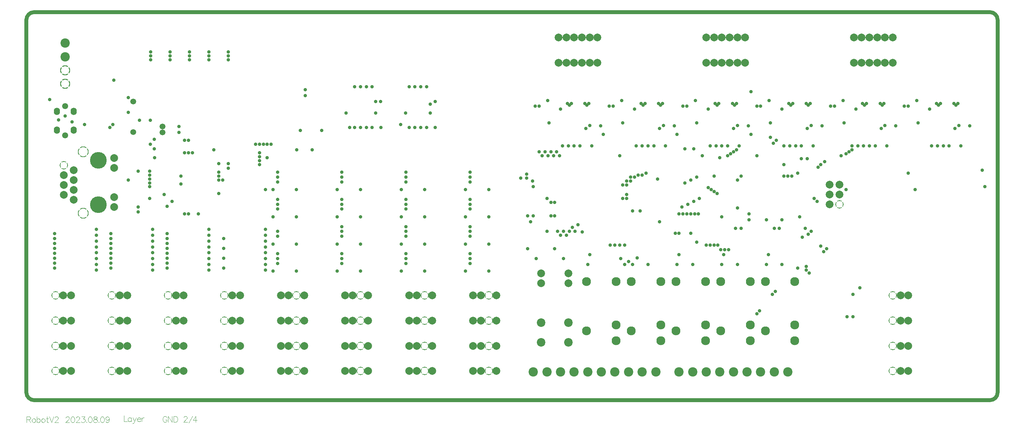
<source format=gbr>
G04*
G04 #@! TF.GenerationSoftware,Altium Limited,Altium Designer,23.8.1 (32)*
G04*
G04 Layer_Physical_Order=2*
G04 Layer_Color=32768*
%FSLAX44Y44*%
%MOMM*%
G71*
G04*
G04 #@! TF.SameCoordinates,F21A4230-7023-44C8-9C34-A26C4C793EA4*
G04*
G04*
G04 #@! TF.FilePolarity,Negative*
G04*
G01*
G75*
%ADD21C,0.1000*%
%ADD115C,1.0160*%
%ADD116C,2.0000*%
G04:AMPARAMS|DCode=117|XSize=2.2mm|YSize=2.2mm|CornerRadius=0mm|HoleSize=0mm|Usage=FLASHONLY|Rotation=0.000|XOffset=0mm|YOffset=0mm|HoleType=Round|Shape=Relief|Width=0.3mm|Gap=0.2mm|Entries=4|*
%AMTHD117*
7,0,0,2.2000,1.8000,0.3000,45*
%
%ADD117THD117*%
%ADD118C,2.2000*%
%ADD119C,1.5000*%
%ADD120C,2.4000*%
G04:AMPARAMS|DCode=121|XSize=2.6mm|YSize=2.6mm|CornerRadius=0mm|HoleSize=0mm|Usage=FLASHONLY|Rotation=0.000|XOffset=0mm|YOffset=0mm|HoleType=Round|Shape=Relief|Width=0.3mm|Gap=0.2mm|Entries=4|*
%AMTHD121*
7,0,0,2.6000,2.2000,0.3000,45*
%
%ADD121THD121*%
%ADD122C,2.3000*%
%ADD123C,4.3000*%
G04:AMPARAMS|DCode=124|XSize=2.8mm|YSize=2.8mm|CornerRadius=0mm|HoleSize=0mm|Usage=FLASHONLY|Rotation=0.000|XOffset=0mm|YOffset=0mm|HoleType=Round|Shape=Relief|Width=0.3mm|Gap=0.2mm|Entries=4|*
%AMTHD124*
7,0,0,2.8000,2.4000,0.3000,45*
%
%ADD124THD124*%
%ADD125C,1.5500*%
%ADD126O,1.6000X1.9000*%
%ADD127C,0.9000*%
D21*
X-888288Y-545001D02*
X-889002Y-543573D01*
X-890431Y-542145D01*
X-891859Y-541430D01*
X-894715D01*
X-896143Y-542145D01*
X-897572Y-543573D01*
X-898286Y-545001D01*
X-899000Y-547144D01*
Y-550714D01*
X-898286Y-552856D01*
X-897572Y-554285D01*
X-896143Y-555713D01*
X-894715Y-556427D01*
X-891859D01*
X-890431Y-555713D01*
X-889002Y-554285D01*
X-888288Y-552856D01*
Y-550714D01*
X-891859D02*
X-888288D01*
X-884860Y-541430D02*
Y-556427D01*
Y-541430D02*
X-874862Y-556427D01*
Y-541430D02*
Y-556427D01*
X-870720Y-541430D02*
Y-556427D01*
Y-541430D02*
X-865722D01*
X-863579Y-542145D01*
X-862151Y-543573D01*
X-861437Y-545001D01*
X-860723Y-547144D01*
Y-550714D01*
X-861437Y-552856D01*
X-862151Y-554285D01*
X-863579Y-555713D01*
X-865722Y-556427D01*
X-870720D01*
X-844869Y-545001D02*
Y-544287D01*
X-844155Y-542859D01*
X-843440Y-542145D01*
X-842012Y-541430D01*
X-839156D01*
X-837728Y-542145D01*
X-837013Y-542859D01*
X-836299Y-544287D01*
Y-545715D01*
X-837013Y-547144D01*
X-838442Y-549286D01*
X-845583Y-556427D01*
X-835585D01*
X-832229Y-558570D02*
X-822231Y-541430D01*
X-814090D02*
X-821231Y-551428D01*
X-810519D01*
X-814090Y-541430D02*
Y-556427D01*
X1250000Y480000D02*
G03*
X1230000Y500000I-20000J0D01*
G01*
X1230000Y-500000D02*
G03*
X1250000Y-480000I0J20000D01*
G01*
X-1230000Y500000D02*
G03*
X-1250000Y480000I0J-20000D01*
G01*
X-1249910Y-480090D02*
G03*
X-1230000Y-499910I19910J90D01*
G01*
X1250000Y-480000D02*
Y480000D01*
X-1230000Y500000D02*
X1230000D01*
X-1230000Y-500000D02*
X1230000D01*
X-1249910Y-480090D02*
Y480090D01*
X-1148286Y-546072D02*
Y-545358D01*
X-1147572Y-543930D01*
X-1146858Y-543216D01*
X-1145429Y-542502D01*
X-1142573D01*
X-1141145Y-543216D01*
X-1140430Y-543930D01*
X-1139716Y-545358D01*
Y-546786D01*
X-1140430Y-548215D01*
X-1141859Y-550357D01*
X-1149000Y-557498D01*
X-1139002D01*
X-1131361Y-542502D02*
X-1133503Y-543216D01*
X-1134932Y-545358D01*
X-1135646Y-548929D01*
Y-551071D01*
X-1134932Y-554642D01*
X-1133503Y-556784D01*
X-1131361Y-557498D01*
X-1129933D01*
X-1127790Y-556784D01*
X-1126362Y-554642D01*
X-1125648Y-551071D01*
Y-548929D01*
X-1126362Y-545358D01*
X-1127790Y-543216D01*
X-1129933Y-542502D01*
X-1131361D01*
X-1121577Y-546072D02*
Y-545358D01*
X-1120863Y-543930D01*
X-1120149Y-543216D01*
X-1118721Y-542502D01*
X-1115864D01*
X-1114436Y-543216D01*
X-1113722Y-543930D01*
X-1113008Y-545358D01*
Y-546786D01*
X-1113722Y-548215D01*
X-1115150Y-550357D01*
X-1122291Y-557498D01*
X-1112294D01*
X-1107509Y-542502D02*
X-1099653D01*
X-1103938Y-548215D01*
X-1101796D01*
X-1100368Y-548929D01*
X-1099653Y-549643D01*
X-1098939Y-551785D01*
Y-553214D01*
X-1099653Y-555356D01*
X-1101082Y-556784D01*
X-1103224Y-557498D01*
X-1105367D01*
X-1107509Y-556784D01*
X-1108223Y-556070D01*
X-1108937Y-554642D01*
X-1094869Y-556070D02*
X-1095583Y-556784D01*
X-1094869Y-557498D01*
X-1094155Y-556784D01*
X-1094869Y-556070D01*
X-1086585Y-542502D02*
X-1088727Y-543216D01*
X-1090155Y-545358D01*
X-1090870Y-548929D01*
Y-551071D01*
X-1090155Y-554642D01*
X-1088727Y-556784D01*
X-1086585Y-557498D01*
X-1085157D01*
X-1083014Y-556784D01*
X-1081586Y-554642D01*
X-1080872Y-551071D01*
Y-548929D01*
X-1081586Y-545358D01*
X-1083014Y-543216D01*
X-1085157Y-542502D01*
X-1086585D01*
X-1073945D02*
X-1076087Y-543216D01*
X-1076801Y-544644D01*
Y-546072D01*
X-1076087Y-547500D01*
X-1074659Y-548215D01*
X-1071802Y-548929D01*
X-1069660Y-549643D01*
X-1068232Y-551071D01*
X-1067517Y-552500D01*
Y-554642D01*
X-1068232Y-556070D01*
X-1068946Y-556784D01*
X-1071088Y-557498D01*
X-1073945D01*
X-1076087Y-556784D01*
X-1076801Y-556070D01*
X-1077515Y-554642D01*
Y-552500D01*
X-1076801Y-551071D01*
X-1075373Y-549643D01*
X-1073231Y-548929D01*
X-1070374Y-548215D01*
X-1068946Y-547500D01*
X-1068232Y-546072D01*
Y-544644D01*
X-1068946Y-543216D01*
X-1071088Y-542502D01*
X-1073945D01*
X-1063447Y-556070D02*
X-1064161Y-556784D01*
X-1063447Y-557498D01*
X-1062733Y-556784D01*
X-1063447Y-556070D01*
X-1055163Y-542502D02*
X-1057305Y-543216D01*
X-1058734Y-545358D01*
X-1059448Y-548929D01*
Y-551071D01*
X-1058734Y-554642D01*
X-1057305Y-556784D01*
X-1055163Y-557498D01*
X-1053735D01*
X-1051592Y-556784D01*
X-1050164Y-554642D01*
X-1049450Y-551071D01*
Y-548929D01*
X-1050164Y-545358D01*
X-1051592Y-543216D01*
X-1053735Y-542502D01*
X-1055163D01*
X-1036810Y-547500D02*
X-1037524Y-549643D01*
X-1038952Y-551071D01*
X-1041095Y-551785D01*
X-1041809D01*
X-1043951Y-551071D01*
X-1045379Y-549643D01*
X-1046094Y-547500D01*
Y-546786D01*
X-1045379Y-544644D01*
X-1043951Y-543216D01*
X-1041809Y-542502D01*
X-1041095D01*
X-1038952Y-543216D01*
X-1037524Y-544644D01*
X-1036810Y-547500D01*
Y-551071D01*
X-1037524Y-554642D01*
X-1038952Y-556784D01*
X-1041095Y-557498D01*
X-1042523D01*
X-1044665Y-556784D01*
X-1045379Y-555356D01*
X-1249000Y-542502D02*
Y-557498D01*
Y-542502D02*
X-1242573D01*
X-1240430Y-543216D01*
X-1239716Y-543930D01*
X-1239002Y-545358D01*
Y-546786D01*
X-1239716Y-548215D01*
X-1240430Y-548929D01*
X-1242573Y-549643D01*
X-1249000D01*
X-1244001D02*
X-1239002Y-557498D01*
X-1232075Y-547500D02*
X-1233503Y-548215D01*
X-1234932Y-549643D01*
X-1235646Y-551785D01*
Y-553214D01*
X-1234932Y-555356D01*
X-1233503Y-556784D01*
X-1232075Y-557498D01*
X-1229933D01*
X-1228504Y-556784D01*
X-1227076Y-555356D01*
X-1226362Y-553214D01*
Y-551785D01*
X-1227076Y-549643D01*
X-1228504Y-548215D01*
X-1229933Y-547500D01*
X-1232075D01*
X-1223077Y-542502D02*
Y-557498D01*
Y-549643D02*
X-1221649Y-548215D01*
X-1220220Y-547500D01*
X-1218078D01*
X-1216650Y-548215D01*
X-1215221Y-549643D01*
X-1214507Y-551785D01*
Y-553214D01*
X-1215221Y-555356D01*
X-1216650Y-556784D01*
X-1218078Y-557498D01*
X-1220220D01*
X-1221649Y-556784D01*
X-1223077Y-555356D01*
X-1207723Y-547500D02*
X-1209151Y-548215D01*
X-1210580Y-549643D01*
X-1211294Y-551785D01*
Y-553214D01*
X-1210580Y-555356D01*
X-1209151Y-556784D01*
X-1207723Y-557498D01*
X-1205581D01*
X-1204153Y-556784D01*
X-1202724Y-555356D01*
X-1202010Y-553214D01*
Y-551785D01*
X-1202724Y-549643D01*
X-1204153Y-548215D01*
X-1205581Y-547500D01*
X-1207723D01*
X-1196583Y-542502D02*
Y-554642D01*
X-1195869Y-556784D01*
X-1194440Y-557498D01*
X-1193012D01*
X-1198725Y-547500D02*
X-1193726D01*
X-1190870Y-542502D02*
X-1185156Y-557498D01*
X-1179444Y-542502D02*
X-1185156Y-557498D01*
X-1176801Y-546072D02*
Y-545358D01*
X-1176087Y-543930D01*
X-1175373Y-543216D01*
X-1173945Y-542502D01*
X-1171088D01*
X-1169660Y-543216D01*
X-1168946Y-543930D01*
X-1168232Y-545358D01*
Y-546786D01*
X-1168946Y-548215D01*
X-1170374Y-550357D01*
X-1177515Y-557498D01*
X-1167517D01*
X-999000Y-540002D02*
Y-554999D01*
X-990430D01*
X-980218Y-545001D02*
Y-554999D01*
Y-547144D02*
X-981647Y-545715D01*
X-983075Y-545001D01*
X-985217D01*
X-986646Y-545715D01*
X-988074Y-547144D01*
X-988788Y-549286D01*
Y-550714D01*
X-988074Y-552856D01*
X-986646Y-554285D01*
X-985217Y-554999D01*
X-983075D01*
X-981647Y-554285D01*
X-980218Y-552856D01*
X-975505Y-545001D02*
X-971220Y-554999D01*
X-966936Y-545001D02*
X-971220Y-554999D01*
X-972648Y-557855D01*
X-974077Y-559284D01*
X-975505Y-559998D01*
X-976219D01*
X-964436Y-549286D02*
X-955866D01*
Y-547858D01*
X-956581Y-546429D01*
X-957295Y-545715D01*
X-958723Y-545001D01*
X-960865D01*
X-962294Y-545715D01*
X-963722Y-547144D01*
X-964436Y-549286D01*
Y-550714D01*
X-963722Y-552856D01*
X-962294Y-554285D01*
X-960865Y-554999D01*
X-958723D01*
X-957295Y-554285D01*
X-955866Y-552856D01*
X-952653Y-545001D02*
Y-554999D01*
Y-549286D02*
X-951939Y-547144D01*
X-950510Y-545715D01*
X-949082Y-545001D01*
X-946940D01*
D115*
X-1249910Y-480090D02*
G03*
X-1230000Y-499910I19910J90D01*
G01*
X1250000Y480000D02*
G03*
X1230000Y500000I-20000J0D01*
G01*
X-1230000Y500000D02*
G03*
X-1250000Y480000I0J-20000D01*
G01*
X1230000Y-500000D02*
G03*
X1250000Y-480000I0J20000D01*
G01*
X-1249910Y-480090D02*
Y480090D01*
X-1250000Y480000D02*
X-1249910Y480090D01*
X-1230000Y500000D02*
X1230000D01*
X1250000Y-480000D02*
X1250000Y480000D01*
X-1230000Y-500000D02*
X1230000D01*
X-1230000D02*
Y-499910D01*
D116*
X-845000Y-230000D02*
D03*
X-865000D02*
D03*
X-845000Y-295000D02*
D03*
X-865000D02*
D03*
X-845000Y-360000D02*
D03*
X-865000D02*
D03*
X-845000Y-425000D02*
D03*
X-865000D02*
D03*
X-1155000Y-425000D02*
D03*
X-1135000D02*
D03*
X-1155000Y-360000D02*
D03*
X-1135000D02*
D03*
X-1155000Y-295000D02*
D03*
X-1135000D02*
D03*
X-1155000Y-230000D02*
D03*
X-1135000D02*
D03*
X-700000D02*
D03*
X-720000D02*
D03*
X-700000Y-295000D02*
D03*
X-720000D02*
D03*
X-700000Y-360000D02*
D03*
X-720000D02*
D03*
X-700000Y-425000D02*
D03*
X-720000D02*
D03*
X-1010000D02*
D03*
X-990000D02*
D03*
X-1010000Y-360000D02*
D03*
X-990000D02*
D03*
X-1010000Y-295000D02*
D03*
X-990000D02*
D03*
X-1010000Y-230000D02*
D03*
X-990000D02*
D03*
X1020000D02*
D03*
X1000000D02*
D03*
X1020000Y-295000D02*
D03*
X1000000D02*
D03*
X1020000Y-360000D02*
D03*
X1000000D02*
D03*
X1020000Y-425000D02*
D03*
X1000000D02*
D03*
X842700Y30000D02*
D03*
X817300D02*
D03*
X842700Y55400D02*
D03*
X817300Y4600D02*
D03*
Y55400D02*
D03*
X145000Y-198400D02*
D03*
Y-173000D02*
D03*
X-1153823Y80000D02*
D03*
Y54600D02*
D03*
Y29200D02*
D03*
X-1128423Y16500D02*
D03*
Y41900D02*
D03*
Y67300D02*
D03*
Y92700D02*
D03*
X-1023823Y-2300D02*
D03*
Y23100D02*
D03*
Y98800D02*
D03*
Y124200D02*
D03*
X-100000Y-230000D02*
D03*
X-100000Y-295000D02*
D03*
X-100000Y-360000D02*
D03*
X-100000Y-425000D02*
D03*
X-40000Y-230000D02*
D03*
X-80000D02*
D03*
X-40000Y-295000D02*
D03*
X-80000D02*
D03*
X-40000Y-360000D02*
D03*
X-80000D02*
D03*
X-40000Y-425000D02*
D03*
X-80000D02*
D03*
X600000Y435000D02*
D03*
X600000Y370000D02*
D03*
X560000Y435000D02*
D03*
X540000D02*
D03*
X580000D02*
D03*
X520000D02*
D03*
X560000Y370000D02*
D03*
X540000D02*
D03*
X580000D02*
D03*
X520000D02*
D03*
X500000Y435000D02*
D03*
X500000Y370000D02*
D03*
X980000Y435000D02*
D03*
X980000Y370000D02*
D03*
X940000Y435000D02*
D03*
X920000D02*
D03*
X960000D02*
D03*
X900000D02*
D03*
X940000Y370000D02*
D03*
X920000D02*
D03*
X960000D02*
D03*
X900000D02*
D03*
X880000Y435000D02*
D03*
X880000Y370000D02*
D03*
X120000D02*
D03*
X120000Y435000D02*
D03*
X140000Y370000D02*
D03*
X200000D02*
D03*
X160000D02*
D03*
X180000D02*
D03*
X140000Y435000D02*
D03*
X200000D02*
D03*
X160000D02*
D03*
X180000D02*
D03*
X220000Y370000D02*
D03*
X220000Y435000D02*
D03*
X-595000Y-230000D02*
D03*
X-595000Y-295000D02*
D03*
X-595000Y-360000D02*
D03*
X-595000Y-425000D02*
D03*
X-535000Y-230000D02*
D03*
X-575000D02*
D03*
X-535000Y-295000D02*
D03*
X-575000D02*
D03*
X-535000Y-360000D02*
D03*
X-575000D02*
D03*
X-535000Y-425000D02*
D03*
X-575000D02*
D03*
X-245000D02*
D03*
X-205000D02*
D03*
X-245000Y-360000D02*
D03*
X-205000D02*
D03*
X-245000Y-295000D02*
D03*
X-205000D02*
D03*
X-245000Y-230000D02*
D03*
X-205000D02*
D03*
X-265000Y-425000D02*
D03*
X-265000Y-360000D02*
D03*
X-265000Y-295000D02*
D03*
X-265000Y-230000D02*
D03*
X-430000D02*
D03*
X-430000Y-295000D02*
D03*
X-430000Y-360000D02*
D03*
X-430000Y-425000D02*
D03*
X-370000Y-230000D02*
D03*
X-410000D02*
D03*
X-370000Y-295000D02*
D03*
X-410000D02*
D03*
X-370000Y-360000D02*
D03*
X-410000D02*
D03*
X-370000Y-425000D02*
D03*
X-410000D02*
D03*
X75000Y-173000D02*
D03*
Y-198400D02*
D03*
D117*
X-885000Y-230000D02*
D03*
X-885000Y-295000D02*
D03*
X-885000Y-360000D02*
D03*
X-885000Y-425000D02*
D03*
X-1175000Y-425000D02*
D03*
X-1175000Y-360000D02*
D03*
X-1175000Y-295000D02*
D03*
X-1175000Y-230000D02*
D03*
X-740000D02*
D03*
X-740000Y-295000D02*
D03*
X-740000Y-360000D02*
D03*
X-740000Y-425000D02*
D03*
X-1030000D02*
D03*
X-1030000Y-360000D02*
D03*
X-1030000Y-295000D02*
D03*
X-1030000Y-230000D02*
D03*
X980000D02*
D03*
X980000Y-295000D02*
D03*
X980000Y-360000D02*
D03*
X980000Y-425000D02*
D03*
X842700Y4600D02*
D03*
X-1153823Y105400D02*
D03*
X-60000Y-230000D02*
D03*
X-60000Y-295000D02*
D03*
X-60000Y-360000D02*
D03*
X-60000Y-425000D02*
D03*
X-555000Y-230000D02*
D03*
X-555000Y-295000D02*
D03*
X-555000Y-360000D02*
D03*
X-555000Y-425000D02*
D03*
X-225000D02*
D03*
X-225000Y-360000D02*
D03*
X-225000Y-295000D02*
D03*
X-225000Y-230000D02*
D03*
X-390000D02*
D03*
X-390000Y-295000D02*
D03*
X-390000Y-360000D02*
D03*
X-390000Y-425000D02*
D03*
D118*
X145000Y-350800D02*
D03*
Y-300000D02*
D03*
X75000D02*
D03*
Y-350800D02*
D03*
D119*
X-975000Y190548D02*
D03*
X-900000Y190000D02*
D03*
Y205000D02*
D03*
X-975000Y270000D02*
D03*
D120*
X-1150000Y420000D02*
D03*
Y385000D02*
D03*
X55000Y-427500D02*
D03*
X300000D02*
D03*
X90000D02*
D03*
X195000D02*
D03*
X265000D02*
D03*
X370000D02*
D03*
X125000D02*
D03*
X160000D02*
D03*
X230000D02*
D03*
X335000D02*
D03*
X675000D02*
D03*
X430000D02*
D03*
X465000D02*
D03*
X500000D02*
D03*
X535000D02*
D03*
X570000D02*
D03*
X605000D02*
D03*
X640000D02*
D03*
X710000D02*
D03*
D121*
X-1150000Y350000D02*
D03*
Y315000D02*
D03*
D122*
X652001Y-194001D02*
D03*
X728001Y-306401D02*
D03*
Y-346401D02*
D03*
Y-194001D02*
D03*
X652001Y-321001D02*
D03*
X422001Y-194001D02*
D03*
X498001Y-306401D02*
D03*
Y-346401D02*
D03*
Y-194001D02*
D03*
X422001Y-321001D02*
D03*
X307001D02*
D03*
X383001Y-194001D02*
D03*
Y-346401D02*
D03*
Y-306401D02*
D03*
X307001Y-194001D02*
D03*
X192001Y-321001D02*
D03*
X268001Y-194001D02*
D03*
Y-346401D02*
D03*
Y-306401D02*
D03*
X192001Y-194001D02*
D03*
X537001Y-321001D02*
D03*
X613001Y-194001D02*
D03*
Y-346401D02*
D03*
Y-306401D02*
D03*
X537001Y-194001D02*
D03*
D123*
X-1064923Y118100D02*
D03*
Y3800D02*
D03*
D124*
X-1103823Y-18300D02*
D03*
Y140200D02*
D03*
D125*
X-1150000Y257500D02*
D03*
Y182500D02*
D03*
D126*
X-1128500Y244000D02*
D03*
X-1171500D02*
D03*
X-1128500Y196000D02*
D03*
X-1171500D02*
D03*
D127*
X877500Y-285000D02*
D03*
X862500D02*
D03*
X802500Y-117500D02*
D03*
X810000Y-110000D02*
D03*
X795000Y-102500D02*
D03*
X637500Y-270000D02*
D03*
X630000Y-277500D02*
D03*
X877500Y-227500D02*
D03*
X785000Y12500D02*
D03*
X777500Y20000D02*
D03*
X867500Y140000D02*
D03*
X670000Y-227500D02*
D03*
X677500Y-220000D02*
D03*
X895000Y-210000D02*
D03*
X557500Y-112500D02*
D03*
X547500Y-112500D02*
D03*
X537500Y-112500D02*
D03*
X530000Y-100000D02*
D03*
X875000Y155000D02*
D03*
Y145000D02*
D03*
X860000Y135000D02*
D03*
X577500Y145000D02*
D03*
X570000Y140000D02*
D03*
X562500Y135000D02*
D03*
X555000Y130000D02*
D03*
X535000Y125000D02*
D03*
X467500Y147500D02*
D03*
X475000Y-92500D02*
D03*
X540000Y-27500D02*
D03*
X847500Y130000D02*
D03*
X630000D02*
D03*
X680000Y170000D02*
D03*
X672500Y162500D02*
D03*
X665000Y177500D02*
D03*
X445000Y147500D02*
D03*
X-1025000Y325000D02*
D03*
X-1190000Y275000D02*
D03*
X60000Y257500D02*
D03*
X70000D02*
D03*
X-920000Y125000D02*
D03*
X-767500Y145000D02*
D03*
X1150000Y207500D02*
D03*
X960000D02*
D03*
X770000D02*
D03*
X580000D02*
D03*
X390000D02*
D03*
X200000D02*
D03*
X700000Y107500D02*
D03*
X745000Y122500D02*
D03*
X760000D02*
D03*
X277500Y130000D02*
D03*
X787500Y100000D02*
D03*
X795000Y107500D02*
D03*
X805000Y115000D02*
D03*
X860000Y42500D02*
D03*
X735000Y85000D02*
D03*
X580000Y67500D02*
D03*
X520000Y77500D02*
D03*
X770000Y-65000D02*
D03*
X1037500Y42500D02*
D03*
X1217500Y50000D02*
D03*
X762500Y-72500D02*
D03*
X590000Y77500D02*
D03*
X755000Y-57500D02*
D03*
X1210000Y92500D02*
D03*
X1020000Y85000D02*
D03*
X662000Y272000D02*
D03*
X747500Y-80000D02*
D03*
X720000Y77500D02*
D03*
X740000Y-27500D02*
D03*
X710000Y77500D02*
D03*
X700000D02*
D03*
X615000Y295000D02*
D03*
X95000Y215000D02*
D03*
X1045000D02*
D03*
X855000D02*
D03*
X665000D02*
D03*
X640000Y257500D02*
D03*
X475000Y215000D02*
D03*
X285000D02*
D03*
X260000Y257500D02*
D03*
X250000D02*
D03*
X735000Y-160000D02*
D03*
X757500Y-165000D02*
D03*
Y-155000D02*
D03*
X765000Y-172500D02*
D03*
X675000Y-57500D02*
D03*
X687500D02*
D03*
X695000Y-35000D02*
D03*
X655000D02*
D03*
X430000Y-20000D02*
D03*
X440000Y-20000D02*
D03*
X450000Y-20000D02*
D03*
X460000D02*
D03*
X470000D02*
D03*
X480000D02*
D03*
X420000Y-70000D02*
D03*
X430000D02*
D03*
X520000Y-100000D02*
D03*
X510000D02*
D03*
X500000Y-100000D02*
D03*
X590000Y-57500D02*
D03*
X575000D02*
D03*
X527500Y32500D02*
D03*
X452500Y5000D02*
D03*
X295000Y55000D02*
D03*
X330000Y-12500D02*
D03*
X345000Y85000D02*
D03*
X300000Y-142500D02*
D03*
X295000Y20000D02*
D03*
X505000Y47500D02*
D03*
X460000Y67500D02*
D03*
X295000Y65000D02*
D03*
X285000Y55000D02*
D03*
X520000Y37500D02*
D03*
X437500Y-2500D02*
D03*
X295000Y30000D02*
D03*
X325000Y80000D02*
D03*
X310000Y-12500D02*
D03*
X467500Y12500D02*
D03*
X285000Y20000D02*
D03*
X315000Y75000D02*
D03*
X280000Y-135000D02*
D03*
X305000Y65000D02*
D03*
X482500Y20000D02*
D03*
X305000Y75000D02*
D03*
X290000Y-150000D02*
D03*
X512500Y42500D02*
D03*
X475000Y75000D02*
D03*
X490000Y130000D02*
D03*
X445000Y60000D02*
D03*
X335000Y80000D02*
D03*
X615000Y185000D02*
D03*
X425000D02*
D03*
X235000D02*
D03*
X460000Y-70000D02*
D03*
X90000Y-65000D02*
D03*
Y20000D02*
D03*
X100000Y10000D02*
D03*
Y-25000D02*
D03*
X110000Y10000D02*
D03*
Y-25000D02*
D03*
X380000Y-40000D02*
D03*
X695000Y-150000D02*
D03*
X580000D02*
D03*
X465000D02*
D03*
X350000D02*
D03*
X170000Y-47500D02*
D03*
X162500Y-65000D02*
D03*
X155000Y-55000D02*
D03*
X147500Y-65000D02*
D03*
X252500Y-100000D02*
D03*
X322000Y-133000D02*
D03*
X140000Y-75000D02*
D03*
X125000D02*
D03*
X132500Y-65000D02*
D03*
X117500D02*
D03*
X47500Y-40000D02*
D03*
X55000Y-25000D02*
D03*
X40000D02*
D03*
X52500Y65000D02*
D03*
X55000Y50000D02*
D03*
X37500Y82500D02*
D03*
X22500Y72500D02*
D03*
X37500D02*
D03*
X85000Y139986D02*
D03*
X70000Y139986D02*
D03*
X107500Y129986D02*
D03*
X122500Y130000D02*
D03*
X100000Y139986D02*
D03*
X92500Y129986D02*
D03*
X77500D02*
D03*
X115000Y140000D02*
D03*
X-635000Y42500D02*
D03*
X290000Y-100000D02*
D03*
X277500D02*
D03*
X265000D02*
D03*
X610000Y-35000D02*
D03*
X580000Y-5000D02*
D03*
X610000Y-20000D02*
D03*
X375000Y70000D02*
D03*
X-60000Y-167500D02*
D03*
X-450000D02*
D03*
X-108000Y-147500D02*
D03*
Y-122500D02*
D03*
Y-135000D02*
D03*
X660000Y-125000D02*
D03*
X655000Y-150000D02*
D03*
X545000Y-125000D02*
D03*
X540000Y-150000D02*
D03*
X195000D02*
D03*
X310000D02*
D03*
X430000Y-125000D02*
D03*
X425000Y-150000D02*
D03*
X40000Y-110000D02*
D03*
X110000D02*
D03*
X200000Y-125000D02*
D03*
X180548Y-66593D02*
D03*
X132500Y-135000D02*
D03*
X62500D02*
D03*
X-60000Y42500D02*
D03*
X-120000D02*
D03*
Y-27500D02*
D03*
X-60000D02*
D03*
X-120000Y-97500D02*
D03*
X-60000D02*
D03*
X-120000Y-167500D02*
D03*
X-108075Y-77500D02*
D03*
Y-65000D02*
D03*
Y-52500D02*
D03*
Y-7500D02*
D03*
Y62500D02*
D03*
Y5000D02*
D03*
Y17500D02*
D03*
Y75000D02*
D03*
Y87500D02*
D03*
X-225000Y42500D02*
D03*
X-285000D02*
D03*
Y-27500D02*
D03*
X-225000D02*
D03*
X-285000Y-97500D02*
D03*
X-225000D02*
D03*
X-285000Y-167500D02*
D03*
X-273075Y-135000D02*
D03*
Y-77500D02*
D03*
Y-122500D02*
D03*
X-225000Y-167500D02*
D03*
X-273075Y-147500D02*
D03*
Y-65000D02*
D03*
Y-52500D02*
D03*
Y-7500D02*
D03*
Y62500D02*
D03*
Y5000D02*
D03*
Y17500D02*
D03*
Y75000D02*
D03*
Y87500D02*
D03*
X-390000Y42500D02*
D03*
X-450000D02*
D03*
Y-27500D02*
D03*
X-390000D02*
D03*
X-450000Y-97500D02*
D03*
X-390000D02*
D03*
X-438075Y-135000D02*
D03*
Y-77500D02*
D03*
Y-122500D02*
D03*
X-390000Y-167500D02*
D03*
X-438075Y-147500D02*
D03*
Y-65000D02*
D03*
Y-52500D02*
D03*
Y-7500D02*
D03*
Y62500D02*
D03*
Y5000D02*
D03*
Y17500D02*
D03*
Y75000D02*
D03*
Y87500D02*
D03*
X-603075D02*
D03*
Y75000D02*
D03*
Y17500D02*
D03*
Y5000D02*
D03*
Y62500D02*
D03*
Y-7500D02*
D03*
Y-65000D02*
D03*
Y-147500D02*
D03*
X-555000Y-167500D02*
D03*
X-603075Y-122500D02*
D03*
Y-77500D02*
D03*
Y-135000D02*
D03*
X-615000Y-167500D02*
D03*
X-555000Y-97500D02*
D03*
X-615000D02*
D03*
X-555000Y-27500D02*
D03*
X-615000D02*
D03*
Y42500D02*
D03*
X-555000D02*
D03*
X1137500Y265000D02*
D03*
X1102500D02*
D03*
X1092500D02*
D03*
X1147500D02*
D03*
X1097500Y260000D02*
D03*
X1142500D02*
D03*
X1010000Y257500D02*
D03*
X1020000D02*
D03*
X1075000Y250000D02*
D03*
X1140000Y200000D02*
D03*
X1042000Y272000D02*
D03*
X1178000Y207000D02*
D03*
X1080000Y155000D02*
D03*
X1095000D02*
D03*
X1110000D02*
D03*
X1125000D02*
D03*
X1155000D02*
D03*
X947500Y265000D02*
D03*
X912500D02*
D03*
X902500D02*
D03*
X957500D02*
D03*
X907500Y260000D02*
D03*
X952500D02*
D03*
X820000Y257500D02*
D03*
X830000D02*
D03*
X885000Y250000D02*
D03*
X950000Y200000D02*
D03*
X852000Y272000D02*
D03*
X988000Y207000D02*
D03*
X890000Y155000D02*
D03*
X905000D02*
D03*
X920000D02*
D03*
X935000D02*
D03*
X965000D02*
D03*
X757500Y265000D02*
D03*
X722500D02*
D03*
X712500D02*
D03*
X767500D02*
D03*
X717500Y260000D02*
D03*
X762500D02*
D03*
X630000Y257500D02*
D03*
X695000Y250000D02*
D03*
X760000Y200000D02*
D03*
X798000Y207000D02*
D03*
X700000Y155000D02*
D03*
X715000D02*
D03*
X730000D02*
D03*
X745000D02*
D03*
X775000D02*
D03*
X567500Y265000D02*
D03*
X532500D02*
D03*
X522500D02*
D03*
X577500D02*
D03*
X527500Y260000D02*
D03*
X572500D02*
D03*
X440000Y257500D02*
D03*
X450000D02*
D03*
X505000Y250000D02*
D03*
X570000Y200000D02*
D03*
X472000Y272000D02*
D03*
X608000Y207000D02*
D03*
X510000Y155000D02*
D03*
X525000D02*
D03*
X540000D02*
D03*
X555000D02*
D03*
X585000D02*
D03*
X377500Y265000D02*
D03*
X342500D02*
D03*
X332500D02*
D03*
X387500D02*
D03*
X337500Y260000D02*
D03*
X382500D02*
D03*
X315000Y250000D02*
D03*
X380000Y200000D02*
D03*
X282000Y272000D02*
D03*
X418000Y207000D02*
D03*
X320000Y155000D02*
D03*
X335000D02*
D03*
X350000D02*
D03*
X365000D02*
D03*
X395000D02*
D03*
X205000D02*
D03*
X175000D02*
D03*
X160000D02*
D03*
X145000D02*
D03*
X130000D02*
D03*
X228000Y207000D02*
D03*
X92000Y272000D02*
D03*
X190000Y200000D02*
D03*
X125000Y250000D02*
D03*
X192500Y260000D02*
D03*
X147500D02*
D03*
X197500Y265000D02*
D03*
X142500D02*
D03*
X152500D02*
D03*
X187500D02*
D03*
X-830000Y377500D02*
D03*
Y387500D02*
D03*
Y397500D02*
D03*
X-730000D02*
D03*
Y387500D02*
D03*
Y377500D02*
D03*
X-780000Y397500D02*
D03*
Y387500D02*
D03*
Y377500D02*
D03*
X-930000D02*
D03*
Y387500D02*
D03*
Y397500D02*
D03*
X-880000D02*
D03*
Y387500D02*
D03*
Y377500D02*
D03*
X-635000Y-60000D02*
D03*
Y-90000D02*
D03*
Y-120000D02*
D03*
Y-105000D02*
D03*
Y-135000D02*
D03*
Y-165000D02*
D03*
Y-75000D02*
D03*
Y-150000D02*
D03*
X-780000Y-60000D02*
D03*
Y-90000D02*
D03*
Y-120000D02*
D03*
Y-105000D02*
D03*
Y-135000D02*
D03*
Y-165000D02*
D03*
Y-75000D02*
D03*
Y-150000D02*
D03*
X-925000Y-60000D02*
D03*
Y-90000D02*
D03*
Y-120000D02*
D03*
Y-105000D02*
D03*
Y-135000D02*
D03*
Y-165000D02*
D03*
Y-75000D02*
D03*
Y-150000D02*
D03*
X-1070000D02*
D03*
Y-75000D02*
D03*
X-755000Y32500D02*
D03*
X-832500Y-20000D02*
D03*
X-842500D02*
D03*
X-932500Y90000D02*
D03*
Y20000D02*
D03*
Y80000D02*
D03*
Y60000D02*
D03*
Y50000D02*
D03*
Y70000D02*
D03*
X-962500Y90000D02*
D03*
Y-2500D02*
D03*
Y-15000D02*
D03*
X-987500Y67500D02*
D03*
X-1100000Y210000D02*
D03*
X-1132500Y217500D02*
D03*
X-1150000Y232500D02*
D03*
X-1167500Y222500D02*
D03*
X-742500Y-83250D02*
D03*
Y-108650D02*
D03*
Y-159450D02*
D03*
X-197500Y202500D02*
D03*
X-895000Y30000D02*
D03*
X-887500Y0D02*
D03*
X-842500Y137500D02*
D03*
X-832500D02*
D03*
X-822500D02*
D03*
X-730000Y110000D02*
D03*
X-755000D02*
D03*
Y87500D02*
D03*
Y77500D02*
D03*
Y67500D02*
D03*
X-745000D02*
D03*
X-730000Y97500D02*
D03*
X-852500Y77500D02*
D03*
X-742500Y-134050D02*
D03*
X-650000Y137500D02*
D03*
Y127500D02*
D03*
Y117500D02*
D03*
Y107500D02*
D03*
X-250000Y202500D02*
D03*
X-265000D02*
D03*
X-235000D02*
D03*
X-220000D02*
D03*
X-265000Y307500D02*
D03*
X-250000D02*
D03*
X-235000D02*
D03*
X-220000D02*
D03*
X-426951Y240000D02*
D03*
X-274252D02*
D03*
X-350751D02*
D03*
X-210752D02*
D03*
X-286952Y210000D02*
D03*
X-350751Y270000D02*
D03*
X-338051D02*
D03*
X-210751Y262500D02*
D03*
X-198051Y270000D02*
D03*
X-337500Y202500D02*
D03*
X-405000Y307500D02*
D03*
X-390000D02*
D03*
X-375000D02*
D03*
X-360000D02*
D03*
X-857500Y190000D02*
D03*
Y205000D02*
D03*
X-987500Y241350D02*
D03*
X-931000Y221000D02*
D03*
X-987500Y279450D02*
D03*
X-640000Y160000D02*
D03*
X-650000D02*
D03*
X-630000D02*
D03*
X-532500Y300000D02*
D03*
Y285000D02*
D03*
X-630000Y125000D02*
D03*
X-490000Y195000D02*
D03*
X-545000D02*
D03*
X-554000Y145000D02*
D03*
X-514000D02*
D03*
X-959000Y221000D02*
D03*
X-921000Y172500D02*
D03*
Y147500D02*
D03*
X-931250Y160000D02*
D03*
X-1027500Y210000D02*
D03*
X-1035000Y202500D02*
D03*
X-887500Y-134050D02*
D03*
Y-159450D02*
D03*
Y-108650D02*
D03*
Y-83250D02*
D03*
X-1032500Y-134050D02*
D03*
Y-159450D02*
D03*
Y-108650D02*
D03*
Y-83250D02*
D03*
X-1177500Y-134050D02*
D03*
Y-159450D02*
D03*
Y-108650D02*
D03*
Y-83250D02*
D03*
X-405000Y202500D02*
D03*
X-390000D02*
D03*
X-375000Y202500D02*
D03*
X-360000Y202500D02*
D03*
X-417500D02*
D03*
X-887500Y-70550D02*
D03*
Y-95950D02*
D03*
Y-121350D02*
D03*
Y-146750D02*
D03*
X-1177500Y-70550D02*
D03*
Y-95950D02*
D03*
Y-121350D02*
D03*
Y-146750D02*
D03*
X-1032500Y-70550D02*
D03*
Y-95950D02*
D03*
Y-121350D02*
D03*
Y-146750D02*
D03*
X-807500Y-20000D02*
D03*
X-875000Y12500D02*
D03*
X-852500Y57500D02*
D03*
X-842500Y170000D02*
D03*
X-832500D02*
D03*
X-660000Y160000D02*
D03*
X-620000D02*
D03*
X-1070000Y-165000D02*
D03*
Y-135000D02*
D03*
Y-105000D02*
D03*
Y-120000D02*
D03*
Y-90000D02*
D03*
Y-60000D02*
D03*
M02*

</source>
